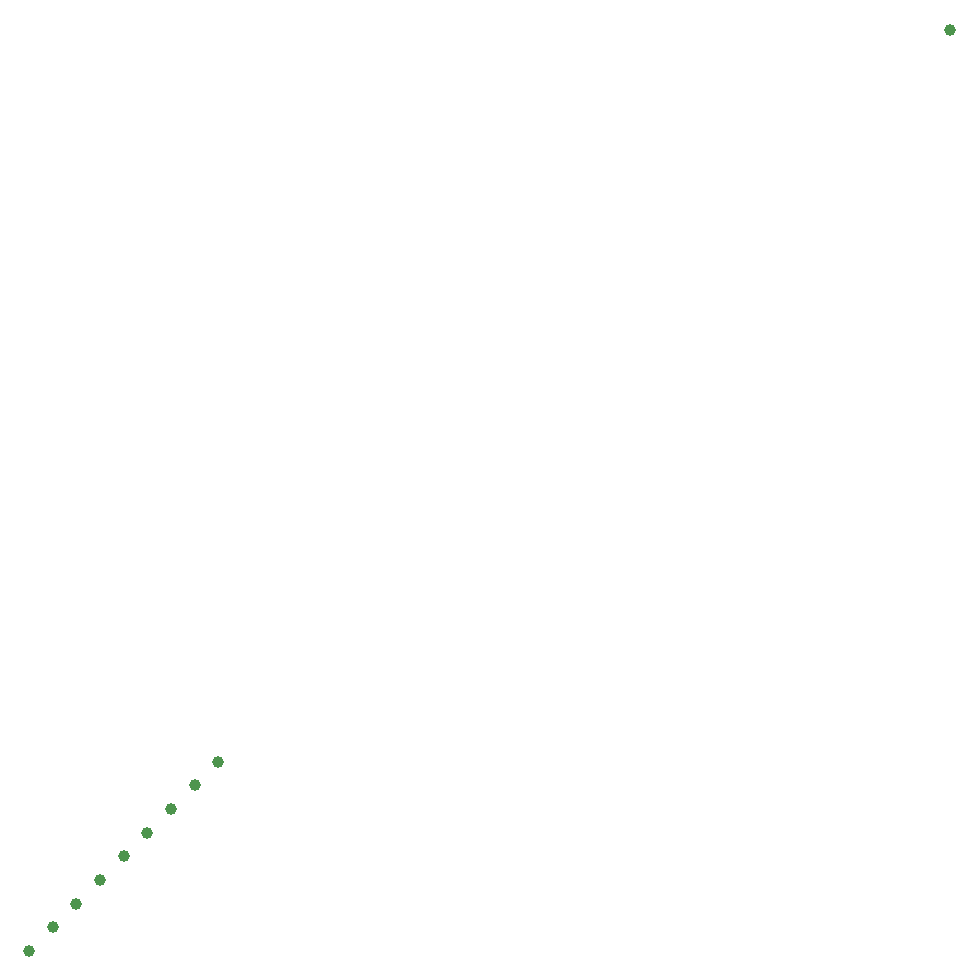
<source format=gbr>
G04 Examples for testing time performance of Gerber parsers*
%FSLAX26Y26*%
%MOMM*%
%ADD10C,1*%
%LPD*%
D10*
X0Y0D03*
X78000000Y78000000D03*
X2000000Y2000000D03*
X4000000Y4000000D03*
X6000000Y6000000D03*
X8000000Y8000000D03*
X10000000Y10000000D03*
X12000000Y12000000D03*
X14000000Y14000000D03*
X16000000Y16000000D03*
M02*

</source>
